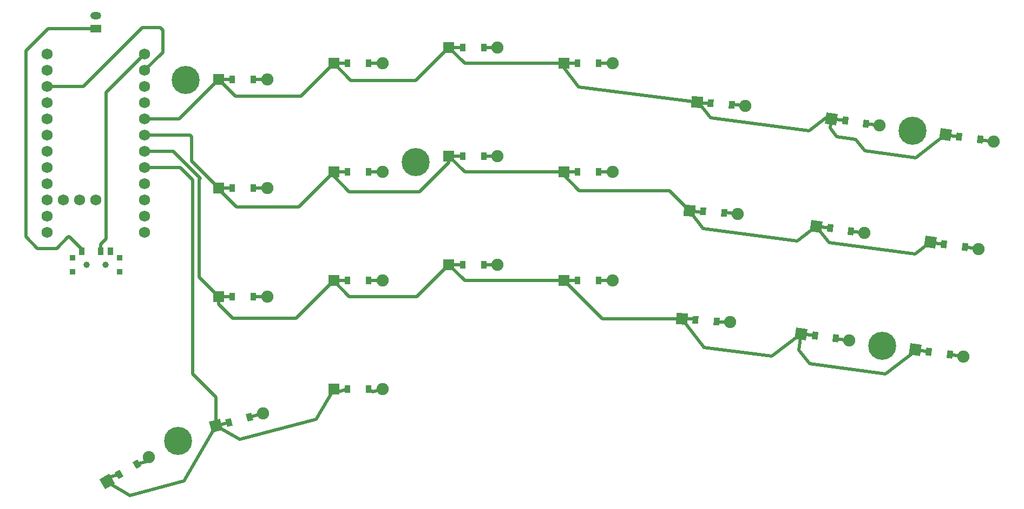
<source format=gbr>
%TF.GenerationSoftware,KiCad,Pcbnew,9.0.3*%
%TF.CreationDate,2025-07-25T16:12:42+02:00*%
%TF.ProjectId,right_pcb,72696768-745f-4706-9362-2e6b69636164,v1.0.0*%
%TF.SameCoordinates,Original*%
%TF.FileFunction,Copper,L1,Top*%
%TF.FilePolarity,Positive*%
%FSLAX46Y46*%
G04 Gerber Fmt 4.6, Leading zero omitted, Abs format (unit mm)*
G04 Created by KiCad (PCBNEW 9.0.3) date 2025-07-25 16:12:42*
%MOMM*%
%LPD*%
G01*
G04 APERTURE LIST*
G04 Aperture macros list*
%AMRotRect*
0 Rectangle, with rotation*
0 The origin of the aperture is its center*
0 $1 length*
0 $2 width*
0 $3 Rotation angle, in degrees counterclockwise*
0 Add horizontal line*
21,1,$1,$2,0,0,$3*%
G04 Aperture macros list end*
%TA.AperFunction,SMDPad,CuDef*%
%ADD10R,0.900000X0.900000*%
%TD*%
%TA.AperFunction,WasherPad*%
%ADD11C,1.000000*%
%TD*%
%TA.AperFunction,SMDPad,CuDef*%
%ADD12R,0.900000X1.250000*%
%TD*%
%TA.AperFunction,ComponentPad*%
%ADD13RotRect,1.778000X1.778000X352.000000*%
%TD*%
%TA.AperFunction,SMDPad,CuDef*%
%ADD14RotRect,0.900000X1.200000X352.000000*%
%TD*%
%TA.AperFunction,ComponentPad*%
%ADD15C,1.905000*%
%TD*%
%TA.AperFunction,ComponentPad*%
%ADD16R,1.778000X1.778000*%
%TD*%
%TA.AperFunction,SMDPad,CuDef*%
%ADD17R,0.900000X1.200000*%
%TD*%
%TA.AperFunction,ComponentPad*%
%ADD18C,1.752600*%
%TD*%
%TA.AperFunction,ComponentPad*%
%ADD19RotRect,1.778000X1.778000X356.000000*%
%TD*%
%TA.AperFunction,SMDPad,CuDef*%
%ADD20RotRect,0.900000X1.200000X356.000000*%
%TD*%
%TA.AperFunction,ComponentPad*%
%ADD21C,0.700000*%
%TD*%
%TA.AperFunction,ComponentPad*%
%ADD22C,4.400000*%
%TD*%
%TA.AperFunction,ComponentPad*%
%ADD23RotRect,1.778000X1.778000X30.000000*%
%TD*%
%TA.AperFunction,SMDPad,CuDef*%
%ADD24RotRect,0.900000X1.200000X30.000000*%
%TD*%
%TA.AperFunction,ComponentPad*%
%ADD25R,1.700000X1.200000*%
%TD*%
%TA.AperFunction,ComponentPad*%
%ADD26O,1.700000X1.200000*%
%TD*%
%TA.AperFunction,ComponentPad*%
%ADD27RotRect,1.778000X1.778000X15.000000*%
%TD*%
%TA.AperFunction,SMDPad,CuDef*%
%ADD28RotRect,0.900000X1.200000X15.000000*%
%TD*%
%TA.AperFunction,Conductor*%
%ADD29C,0.500000*%
%TD*%
G04 APERTURE END LIST*
D10*
%TO.P,T1,*%
%TO.N,*%
X251043768Y-125629028D03*
X251043768Y-123429022D03*
D11*
X248843762Y-124529027D03*
X245843774Y-124529023D03*
D10*
X243643768Y-125629028D03*
X243643768Y-123429022D03*
D12*
%TO.P,T1,1*%
%TO.N,pos*%
X245093768Y-122454025D03*
%TO.P,T1,2*%
%TO.N,RAW*%
X248093768Y-122454025D03*
%TO.P,T1,3*%
%TO.N,N/C*%
X249593766Y-122454024D03*
%TD*%
D13*
%TO.P,D6,1*%
%TO.N,P031*%
X362405002Y-101695009D03*
D14*
X364543981Y-101995628D03*
%TO.P,D6,2*%
%TO.N,mirror_outer_top*%
X367811865Y-102454892D03*
D15*
X369950844Y-102755511D03*
%TD*%
D16*
%TO.P,D14,1*%
%TO.N,P029*%
X302533767Y-107529032D03*
D17*
X304693767Y-107529032D03*
%TO.P,D14,2*%
%TO.N,mirror_middle_home*%
X307993767Y-107529032D03*
D15*
X310153767Y-107529032D03*
%TD*%
D16*
%TO.P,D21,1*%
%TO.N,P029*%
X266533768Y-112529031D03*
D17*
X268693768Y-112529031D03*
%TO.P,D21,2*%
%TO.N,mirror_inner_home*%
X271993768Y-112529031D03*
D15*
X274153768Y-112529031D03*
%TD*%
D16*
%TO.P,D22,1*%
%TO.N,P031*%
X266533762Y-95529030D03*
D17*
X268693762Y-95529030D03*
%TO.P,D22,2*%
%TO.N,mirror_inner_top*%
X271993762Y-95529030D03*
D15*
X274153762Y-95529030D03*
%TD*%
D16*
%TO.P,D11,1*%
%TO.N,P029*%
X320533767Y-110029035D03*
D17*
X322693767Y-110029035D03*
%TO.P,D11,2*%
%TO.N,mirror_ring_home*%
X325993767Y-110029035D03*
D15*
X328153767Y-110029035D03*
%TD*%
D16*
%TO.P,D20,1*%
%TO.N,P002*%
X266533768Y-129529040D03*
D17*
X268693768Y-129529040D03*
%TO.P,D20,2*%
%TO.N,mirror_inner_bottom*%
X271993768Y-129529040D03*
D15*
X274153768Y-129529040D03*
%TD*%
D18*
%TO.P,MCU1,1*%
%TO.N,P006*%
X239723764Y-91559032D03*
%TO.P,MCU1,2*%
%TO.N,P008*%
X239723763Y-94099029D03*
%TO.P,MCU1,3*%
%TO.N,GND*%
X239723764Y-96639032D03*
%TO.P,MCU1,4*%
X239723764Y-99179032D03*
%TO.P,MCU1,5*%
%TO.N,P017*%
X239723764Y-101719032D03*
%TO.P,MCU1,6*%
%TO.N,P020*%
X239723764Y-104259032D03*
%TO.P,MCU1,7*%
%TO.N,P022*%
X239723764Y-106799032D03*
%TO.P,MCU1,8*%
%TO.N,P024*%
X239723764Y-109339032D03*
%TO.P,MCU1,9*%
%TO.N,P100*%
X239723764Y-111879032D03*
%TO.P,MCU1,10*%
%TO.N,P011*%
X239723764Y-114419032D03*
%TO.P,MCU1,11*%
%TO.N,P104*%
X239723760Y-116959030D03*
%TO.P,MCU1,12*%
%TO.N,P106*%
X239723764Y-119499032D03*
%TO.P,MCU1,13*%
%TO.N,P009*%
X254963764Y-119499032D03*
%TO.P,MCU1,14*%
%TO.N,P010*%
X254963765Y-116959035D03*
%TO.P,MCU1,15*%
%TO.N,P111*%
X254963764Y-114419032D03*
%TO.P,MCU1,16*%
%TO.N,P113*%
X254963764Y-111879032D03*
%TO.P,MCU1,17*%
%TO.N,P115*%
X254963764Y-109339032D03*
%TO.P,MCU1,18*%
%TO.N,P002*%
X254963764Y-106799032D03*
%TO.P,MCU1,19*%
%TO.N,P029*%
X254963764Y-104259032D03*
%TO.P,MCU1,20*%
%TO.N,P031*%
X254963764Y-101719032D03*
%TO.P,MCU1,21*%
%TO.N,VCC*%
X254963764Y-99179032D03*
%TO.P,MCU1,22*%
%TO.N,RST*%
X254963764Y-96639032D03*
%TO.P,MCU1,23*%
%TO.N,GND*%
X254963768Y-94099034D03*
%TO.P,MCU1,24*%
%TO.N,RAW*%
X254963764Y-91559032D03*
%TO.P,MCU1,31*%
%TO.N,P101*%
X242263764Y-114419032D03*
%TO.P,MCU1,32*%
%TO.N,P102*%
X244803764Y-114419032D03*
%TO.P,MCU1,33*%
%TO.N,P107*%
X247343764Y-114419032D03*
%TD*%
D19*
%TO.P,D7,1*%
%TO.N,P002*%
X338987502Y-133035933D03*
D20*
X341142240Y-133186610D03*
%TO.P,D7,2*%
%TO.N,mirror_pinky_bottom*%
X344434202Y-133416800D03*
D15*
X346588940Y-133567477D03*
%TD*%
D16*
%TO.P,D19,1*%
%TO.N,P031*%
X284533770Y-93029037D03*
D17*
X286693770Y-93029037D03*
%TO.P,D19,2*%
%TO.N,mirror_index_top*%
X289993770Y-93029037D03*
D15*
X292153770Y-93029037D03*
%TD*%
D21*
%TO.P,_5,1*%
%TO.N,N/C*%
X258774318Y-153027579D03*
X258609483Y-151775528D03*
X259776209Y-153796356D03*
X259378260Y-150773637D03*
D22*
X260203260Y-152202579D03*
D21*
X261028260Y-153631521D03*
X260630311Y-150608802D03*
X261797037Y-152629630D03*
X261632202Y-151377579D03*
%TD*%
D19*
%TO.P,D8,1*%
%TO.N,P029*%
X340173355Y-116077344D03*
D20*
X342328093Y-116228021D03*
%TO.P,D8,2*%
%TO.N,mirror_pinky_home*%
X345620055Y-116458211D03*
D15*
X347774793Y-116608888D03*
%TD*%
D13*
%TO.P,D1,1*%
%TO.N,P002*%
X375497939Y-137869243D03*
D14*
X377636918Y-138169862D03*
%TO.P,D1,2*%
%TO.N,mirror_clone_outer_bottom*%
X380904802Y-138629126D03*
D15*
X383043781Y-138929745D03*
%TD*%
D16*
%TO.P,D13,1*%
%TO.N,P002*%
X302533773Y-124529030D03*
D17*
X304693773Y-124529030D03*
%TO.P,D13,2*%
%TO.N,mirror_middle_bottom*%
X307993773Y-124529030D03*
D15*
X310153773Y-124529030D03*
%TD*%
D13*
%TO.P,D3,1*%
%TO.N,P031*%
X380229829Y-104200118D03*
D14*
X382368808Y-104500737D03*
%TO.P,D3,2*%
%TO.N,mirror_clone_outer_top*%
X385636692Y-104960001D03*
D15*
X387775671Y-105260620D03*
%TD*%
D23*
%TO.P,D24,1*%
%TO.N,P115*%
X249059467Y-158520973D03*
D24*
X250930082Y-157440973D03*
%TO.P,D24,2*%
%TO.N,mirror_space_cluster*%
X253787966Y-155790973D03*
D15*
X255658581Y-154710973D03*
%TD*%
D16*
%TO.P,D18,1*%
%TO.N,P029*%
X284533774Y-110029033D03*
D17*
X286693774Y-110029033D03*
%TO.P,D18,2*%
%TO.N,mirror_index_home*%
X289993774Y-110029033D03*
D15*
X292153774Y-110029033D03*
%TD*%
D13*
%TO.P,D5,1*%
%TO.N,P029*%
X360039069Y-118529557D03*
D14*
X362178048Y-118830176D03*
%TO.P,D5,2*%
%TO.N,mirror_outer_home*%
X365445932Y-119289440D03*
D15*
X367584911Y-119590059D03*
%TD*%
D16*
%TO.P,D15,1*%
%TO.N,P031*%
X302533768Y-90529035D03*
D17*
X304693768Y-90529035D03*
%TO.P,D15,2*%
%TO.N,mirror_middle_top*%
X307993768Y-90529035D03*
D15*
X310153768Y-90529035D03*
%TD*%
D21*
%TO.P,_2,1*%
%TO.N,N/C*%
X259693763Y-95629024D03*
X260177037Y-94462298D03*
X260177037Y-96795750D03*
X261343763Y-93979024D03*
D22*
X261343763Y-95629024D03*
D21*
X261343763Y-97279024D03*
X262510489Y-94462298D03*
X262510489Y-96795750D03*
X262993763Y-95629024D03*
%TD*%
D19*
%TO.P,D9,1*%
%TO.N,P031*%
X341359220Y-99118754D03*
D20*
X343513958Y-99269431D03*
%TO.P,D9,2*%
%TO.N,mirror_pinky_top*%
X346805920Y-99499621D03*
D15*
X348960658Y-99650298D03*
%TD*%
D25*
%TO.P,JST1,1*%
%TO.N,pos*%
X247343762Y-87529030D03*
D26*
%TO.P,JST1,2*%
%TO.N,GND*%
X247343768Y-85529040D03*
%TD*%
D16*
%TO.P,D17,1*%
%TO.N,P002*%
X284533766Y-127029034D03*
D17*
X286693766Y-127029034D03*
%TO.P,D17,2*%
%TO.N,mirror_index_bottom*%
X289993766Y-127029034D03*
D15*
X292153766Y-127029034D03*
%TD*%
D13*
%TO.P,D2,1*%
%TO.N,P029*%
X377863880Y-121034682D03*
D14*
X380002859Y-121335301D03*
%TO.P,D2,2*%
%TO.N,mirror_clone_outer_home*%
X383270743Y-121794565D03*
D15*
X385409722Y-122095184D03*
%TD*%
D21*
%TO.P,_4,1*%
%TO.N,N/C*%
X368710592Y-137016328D03*
X369026787Y-138238953D03*
X369351541Y-135928213D03*
X370574166Y-135612018D03*
D22*
X370344534Y-137245960D03*
D21*
X370114902Y-138879902D03*
X371337527Y-138563707D03*
X371662281Y-136252967D03*
X371978476Y-137475592D03*
%TD*%
D13*
%TO.P,D4,1*%
%TO.N,P002*%
X357673123Y-135364120D03*
D14*
X359812102Y-135664739D03*
%TO.P,D4,2*%
%TO.N,mirror_outer_bottom*%
X363079986Y-136124003D03*
D15*
X365218965Y-136424622D03*
%TD*%
D16*
%TO.P,D12,1*%
%TO.N,P031*%
X320533765Y-93029039D03*
D17*
X322693765Y-93029039D03*
%TO.P,D12,2*%
%TO.N,mirror_ring_top*%
X325993765Y-93029039D03*
D15*
X328153765Y-93029039D03*
%TD*%
D21*
%TO.P,_1,1*%
%TO.N,N/C*%
X373442478Y-103347200D03*
X373758673Y-104569825D03*
X374083427Y-102259085D03*
X375306052Y-101942890D03*
D22*
X375076420Y-103576832D03*
D21*
X374846788Y-105210774D03*
X376069413Y-104894579D03*
X376394167Y-102583839D03*
X376710362Y-103806464D03*
%TD*%
D16*
%TO.P,D10,1*%
%TO.N,P002*%
X320533772Y-127029044D03*
D17*
X322693772Y-127029044D03*
%TO.P,D10,2*%
%TO.N,mirror_ring_bottom*%
X325993772Y-127029044D03*
D15*
X328153772Y-127029044D03*
%TD*%
D21*
%TO.P,_3,1*%
%TO.N,N/C*%
X295693764Y-108479043D03*
X296177038Y-107312317D03*
X296177038Y-109645769D03*
X297343764Y-106829043D03*
D22*
X297343764Y-108479043D03*
D21*
X297343764Y-110129043D03*
X298510490Y-107312317D03*
X298510490Y-109645769D03*
X298993764Y-108479043D03*
%TD*%
D27*
%TO.P,D23,1*%
%TO.N,P115*%
X266087092Y-149827722D03*
D28*
X268173491Y-149268670D03*
%TO.P,D23,2*%
%TO.N,mirror_layer_cluster*%
X271361047Y-148414570D03*
D15*
X273447446Y-147855518D03*
%TD*%
D16*
%TO.P,D16,1*%
%TO.N,P115*%
X284533763Y-144029030D03*
D17*
X286693763Y-144029030D03*
%TO.P,D16,2*%
%TO.N,mirror_index_mod*%
X289993763Y-144029030D03*
D15*
X292153763Y-144029030D03*
%TD*%
D29*
%TO.N,mirror_clone_outer_bottom*%
X383043779Y-138929741D02*
X380921030Y-138650275D01*
X380921030Y-138650275D02*
X380904801Y-138629125D01*
%TO.N,mirror_clone_outer_home*%
X383286975Y-121815719D02*
X383270746Y-121794564D01*
X385409723Y-122095183D02*
X383286975Y-121815719D01*
%TO.N,mirror_clone_outer_top*%
X387775670Y-105260620D02*
X385652921Y-104981154D01*
X385652921Y-104981154D02*
X385636691Y-104960004D01*
%TO.N,mirror_outer_bottom*%
X363096214Y-136145156D02*
X363079983Y-136124001D01*
X365218962Y-136424621D02*
X363096214Y-136145156D01*
%TO.N,mirror_outer_home*%
X365462158Y-119310591D02*
X365445929Y-119289438D01*
X367584909Y-119590055D02*
X365462158Y-119310591D01*
%TO.N,mirror_outer_top*%
X369950844Y-102755507D02*
X367828098Y-102476044D01*
X367828098Y-102476044D02*
X367811866Y-102454891D01*
%TO.N,mirror_pinky_bottom*%
X346588942Y-133567480D02*
X344584881Y-133567480D01*
X344584881Y-133567480D02*
X344434204Y-133416800D01*
%TO.N,mirror_pinky_home*%
X345767998Y-116344689D02*
X345620055Y-116458213D01*
X347774792Y-116608889D02*
X345767998Y-116344689D01*
%TO.N,mirror_pinky_top*%
X346953862Y-99386101D02*
X346805919Y-99499621D01*
X348960657Y-99650299D02*
X346953862Y-99386101D01*
%TO.N,mirror_ring_bottom*%
X328153772Y-127029041D02*
X325993771Y-127029042D01*
%TO.N,mirror_ring_home*%
X325993768Y-110029033D02*
X328153767Y-110029035D01*
%TO.N,mirror_ring_top*%
X325993768Y-93029036D02*
X328153764Y-93029035D01*
%TO.N,mirror_middle_bottom*%
X310153775Y-124529029D02*
X307993773Y-124529032D01*
%TO.N,mirror_middle_home*%
X310153769Y-107529032D02*
X307993766Y-107529034D01*
%TO.N,mirror_middle_top*%
X310153767Y-90529035D02*
X307993767Y-90529034D01*
%TO.N,mirror_index_mod*%
X292153764Y-144029031D02*
X290678461Y-144424339D01*
X290678461Y-144424339D02*
X289993765Y-144029030D01*
%TO.N,mirror_index_bottom*%
X292153766Y-127029037D02*
X289993769Y-127029033D01*
%TO.N,mirror_index_home*%
X289993772Y-110029031D02*
X292153772Y-110029030D01*
%TO.N,mirror_index_top*%
X289993767Y-93029035D02*
X292153766Y-93029036D01*
%TO.N,mirror_inner_bottom*%
X274153769Y-129529039D02*
X271993766Y-129529039D01*
%TO.N,mirror_inner_home*%
X271993768Y-112529033D02*
X274153766Y-112529035D01*
%TO.N,mirror_inner_top*%
X271993762Y-95529029D02*
X274153766Y-95529032D01*
%TO.N,mirror_layer_cluster*%
X273447443Y-147855521D02*
X271361043Y-148414569D01*
%TO.N,mirror_space_cluster*%
X255263275Y-155395664D02*
X255658580Y-154710977D01*
X253787967Y-155790973D02*
X255263275Y-155395664D01*
%TO.N,P002*%
X263491865Y-126487134D02*
X266533765Y-129529040D01*
X263491867Y-111181215D02*
X263491865Y-126487134D01*
X358979313Y-140070516D02*
X357335537Y-137928309D01*
X342378639Y-137455345D02*
X338987502Y-133035933D01*
X375497938Y-137869241D02*
X375465493Y-138115686D01*
X284533770Y-127122842D02*
X286942005Y-129531077D01*
X254963767Y-106799031D02*
X259388140Y-106799034D01*
X370876647Y-141636831D02*
X358979313Y-140070516D01*
X266533764Y-130722838D02*
X268742007Y-132931080D01*
X320533770Y-127029043D02*
X326540662Y-133035933D01*
X338987502Y-133035934D02*
X340991563Y-133035934D01*
X286693769Y-127029035D02*
X284533769Y-127029034D01*
X304693775Y-124529031D02*
X302533772Y-124529032D01*
X268693765Y-129529040D02*
X266533765Y-129529040D01*
X342375248Y-137481098D02*
X342378639Y-137455345D01*
X259388140Y-106799034D02*
X263631092Y-111041992D01*
X297531726Y-129531077D02*
X302533772Y-124529032D01*
X268742007Y-132931080D02*
X278631723Y-132931076D01*
X377636917Y-138169856D02*
X375514170Y-137890394D01*
X357689355Y-135385270D02*
X357673122Y-135364119D01*
X353077933Y-138890131D02*
X342375248Y-137481098D01*
X359812100Y-135664739D02*
X357689355Y-135385270D01*
X340991563Y-133035934D02*
X341142239Y-133186611D01*
X357335537Y-137928309D02*
X357673122Y-135364119D01*
X286942005Y-129531077D02*
X297531726Y-129531077D01*
X305033785Y-127029042D02*
X320533770Y-127029043D01*
X278631723Y-132931076D02*
X284533769Y-127029034D01*
X322693771Y-127029044D02*
X320533770Y-127029043D01*
X266533765Y-129529040D02*
X266533764Y-130722838D01*
X326540662Y-133035933D02*
X338987502Y-133035934D01*
X375514170Y-137890394D02*
X375497938Y-137869241D01*
X284533769Y-127029034D02*
X284533770Y-127122842D01*
X357673122Y-135364119D02*
X353077933Y-138890131D01*
X263631092Y-111041992D02*
X263491867Y-111181215D01*
X302533772Y-124529032D02*
X305033785Y-127029042D01*
X375465493Y-138115686D02*
X370876647Y-141636831D01*
%TO.N,P029*%
X279031728Y-115531077D02*
X284533772Y-110029031D01*
X360055300Y-118550707D02*
X360039066Y-118529556D01*
X340173357Y-116077345D02*
X342180145Y-116341542D01*
X377880113Y-121055836D02*
X377863883Y-121034681D01*
X340173357Y-116077345D02*
X342354267Y-118919561D01*
X380002858Y-121335299D02*
X377880113Y-121055836D01*
X302533768Y-107529033D02*
X305033771Y-110029035D01*
X262342005Y-108337270D02*
X262342007Y-104531078D01*
X266533767Y-112722839D02*
X269342005Y-115531076D01*
X284533772Y-110029031D02*
X286693771Y-110029029D01*
X357015357Y-120849731D02*
X360039066Y-118529556D01*
X266533765Y-112529035D02*
X262342005Y-108337270D01*
X342354267Y-118919561D02*
X357015357Y-120849731D01*
X322942005Y-112931077D02*
X337027088Y-112931079D01*
X286942006Y-113131078D02*
X297942006Y-113131079D01*
X262069961Y-104259032D02*
X254963770Y-104259033D01*
X360039066Y-118529556D02*
X362014872Y-121104479D01*
X266533765Y-112529035D02*
X268693767Y-112529035D01*
X320533769Y-110522837D02*
X322942005Y-112931077D01*
X320533767Y-110029036D02*
X322693767Y-110029036D01*
X320533767Y-110029036D02*
X320533769Y-110522837D01*
X269342005Y-115531076D02*
X279031728Y-115531077D01*
X362014872Y-121104479D02*
X375465213Y-122875251D01*
X337027088Y-112931079D02*
X340173356Y-116077345D01*
X302533768Y-107529033D02*
X304693767Y-107529032D01*
X342180145Y-116341542D02*
X342328091Y-116228021D01*
X284533772Y-110029031D02*
X284533771Y-110722845D01*
X375465213Y-122875251D02*
X377863883Y-121034681D01*
X362178047Y-118830175D02*
X360055300Y-118550707D01*
X302533767Y-108539315D02*
X302533768Y-107529033D01*
X262342007Y-104531078D02*
X262069961Y-104259032D01*
X266533765Y-112529035D02*
X266533767Y-112722839D01*
X284533771Y-110722845D02*
X286942006Y-113131078D01*
X305033771Y-110029035D02*
X320533767Y-110029036D01*
X297942006Y-113131079D02*
X302533767Y-108539315D01*
%TO.N,P031*%
X341669638Y-99159621D02*
X343478883Y-101517477D01*
X287235808Y-95731076D02*
X297331726Y-95731077D01*
X362421233Y-101716161D02*
X362405004Y-101695012D01*
X320533763Y-93029034D02*
X320460139Y-93588308D01*
X367607373Y-106711311D02*
X366229904Y-104916159D01*
X284533765Y-93029035D02*
X287235808Y-95731076D01*
X279431727Y-98131076D02*
X284533765Y-93029035D01*
X269135811Y-98131077D02*
X279431727Y-98131076D01*
X320460139Y-93588308D02*
X322832184Y-96679626D01*
X343513958Y-99269431D02*
X341509893Y-99269431D01*
X305033769Y-93029036D02*
X320533763Y-93029034D01*
X358945422Y-103553686D02*
X361519607Y-101578445D01*
X260343760Y-101719033D02*
X254963767Y-101719034D01*
X322832184Y-96679626D02*
X341359218Y-99118754D01*
X341509893Y-99269431D02*
X341359217Y-99118754D01*
X266533763Y-95529031D02*
X260343760Y-101719033D01*
X302533768Y-90529036D02*
X305033769Y-93029036D01*
X343478883Y-101517477D02*
X358945422Y-103553686D01*
X266533763Y-95529031D02*
X269135811Y-98131077D01*
X320533763Y-93029034D02*
X322693766Y-93029038D01*
X361519607Y-101578445D02*
X362405004Y-101695012D01*
X363255571Y-104524578D02*
X362211597Y-103164051D01*
X341359218Y-99118754D02*
X341669638Y-99159621D01*
X304693768Y-90529033D02*
X302533768Y-90529036D01*
X362211597Y-103164051D02*
X362405004Y-101695012D01*
X380229830Y-104200116D02*
X375587932Y-107761971D01*
X366229904Y-104916159D02*
X363255571Y-104524578D01*
X284533765Y-93029035D02*
X286693767Y-93029034D01*
X380246061Y-104221273D02*
X380229830Y-104200116D01*
X266533763Y-95529031D02*
X268693763Y-95529032D01*
X297331726Y-95731077D02*
X302533768Y-90529036D01*
X364543982Y-101995627D02*
X362421233Y-101716161D01*
X375587932Y-107761971D02*
X367607373Y-106711311D01*
X382368808Y-104500737D02*
X380246061Y-104221273D01*
%TO.N,P115*%
X254963764Y-109339032D02*
X260512508Y-109339032D01*
X260512508Y-109339032D02*
X262490867Y-111317393D01*
X281813514Y-148740638D02*
X284533764Y-144029029D01*
X262490867Y-141690867D02*
X266087092Y-145287092D01*
X249454773Y-157836279D02*
X249059468Y-158520971D01*
X249059468Y-158520971D02*
X249082224Y-158605899D01*
X269810005Y-151956969D02*
X281813514Y-148740638D01*
X250930082Y-157440972D02*
X249454773Y-157836279D01*
X266087092Y-145287092D02*
X266087092Y-149827721D01*
X262490867Y-111317393D02*
X262490867Y-141690867D01*
X266087093Y-149827723D02*
X268173492Y-149268672D01*
X249082224Y-158605899D02*
X252685875Y-160686470D01*
X252685875Y-160686470D02*
X261123023Y-158425744D01*
X261123023Y-158425744D02*
X266087093Y-149827723D01*
X266087093Y-149827723D02*
X266110965Y-149821328D01*
X285218458Y-144424340D02*
X284533764Y-144029029D01*
X266110965Y-149821328D02*
X269810005Y-151956969D01*
X286693761Y-144029032D02*
X285218458Y-144424340D01*
%TO.N,RAW*%
X248971064Y-120499726D02*
X248093768Y-121377022D01*
X254963764Y-91559032D02*
X248971064Y-97551732D01*
X248971064Y-97551732D02*
X248971064Y-120499726D01*
X248093768Y-121377022D02*
X248093768Y-122454025D01*
%TO.N,GND*%
X257800000Y-91262802D02*
X254963768Y-94099034D01*
X257800000Y-87800000D02*
X257800000Y-91262802D01*
X257400000Y-87400000D02*
X257800000Y-87800000D01*
X239723764Y-96639032D02*
X245360968Y-96639032D01*
X254600000Y-87400000D02*
X257400000Y-87400000D01*
X245360968Y-96639032D02*
X254600000Y-87400000D01*
%TO.N,pos*%
X243000000Y-120200000D02*
X243200000Y-120200000D01*
X236400000Y-120200000D02*
X238200000Y-122000000D01*
X238200000Y-122000000D02*
X241200000Y-122000000D01*
X243200000Y-120200000D02*
X245093768Y-122093768D01*
X247343762Y-87529030D02*
X239870970Y-87529030D01*
X245093768Y-122093768D02*
X245093768Y-122454025D01*
X239870970Y-87529030D02*
X236400000Y-91000000D01*
X241200000Y-122000000D02*
X243000000Y-120200000D01*
X236400000Y-91000000D02*
X236400000Y-120200000D01*
%TD*%
M02*

</source>
